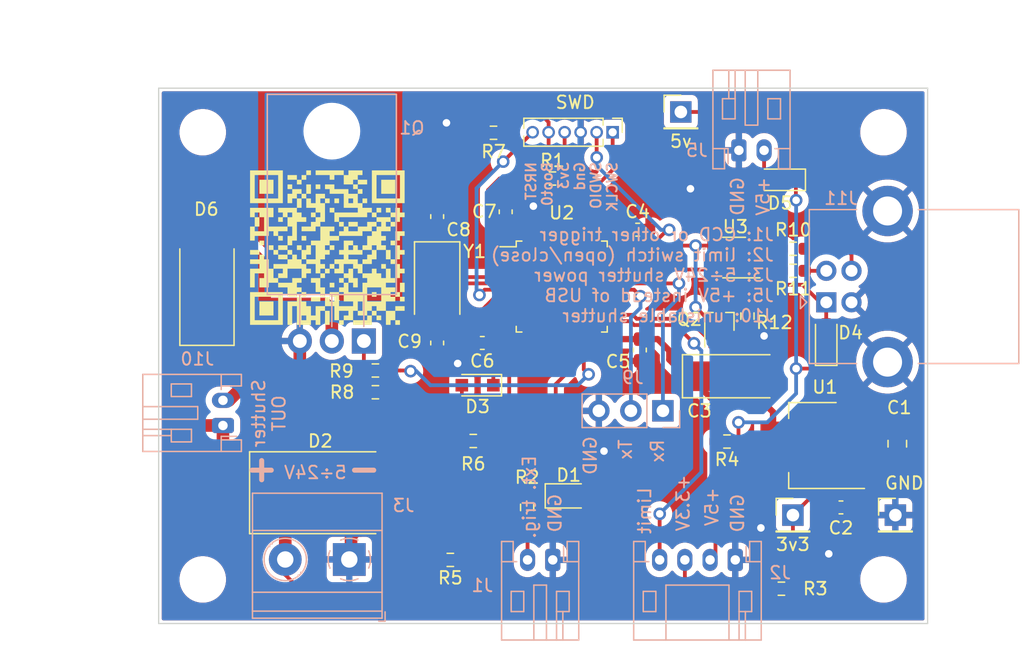
<source format=kicad_pcb>
(kicad_pcb (version 20240108) (generator "pcbnew") (generator_version "8.0")
  (layers (0 "F.Cu" signal) (31 "B.Cu" signal) (34 "B.Paste" user) (35 "F.Paste" user) (36 "B.SilkS" user "B.Silkscreen") (37 "F.SilkS" user "F.Silkscreen") (38 "B.Mask" user) (39 "F.Mask" user) (44 "Edge.Cuts" user))
  (net 0 "")
  (net 1 "GND")
  (net 2 "/VBUS")
  (net 3 "+3V3")
  (net 4 "/OSC_IN")
  (net 5 "/OSC_OUT")
  (net 6 "/SHTR_V")
  (net 7 "/5V")
  (net 8 "/CCD")
  (net 9 "/SHTRpow")
  (net 10 "/SWCLK")
  (net 11 "/SWDIO")
  (net 12 "Net-(D5-A)")
  (net 13 "/BOOT0")
  (net 14 "/NRST")
  (net 15 "Net-(J1-Pin_2)")
  (net 16 "/USB_PU")
  (net 17 "Net-(J2-Pin_2)")
  (net 18 "Net-(J2-Pin_3)")
  (net 19 "/LimSW")
  (net 20 "/USBDP")
  (net 29 "Net-(J4-Pin_4)")
  (net 30 "/Tx")
  (net 31 "/Rx")
  (net 35 "Net-(J11-D-)")
  (net 36 "/USBDM")
  (net 46 "Net-(J11-D+)")
  (net 47 "Net-(Q1-G)")
  (net 48 "Net-(Q2-C)")
  (net 49 "/PWM")
  (net 50 "Net-(R10-Pad2)")
  (net 51 "Net-(R11-Pad2)")
  (net 56 "/DR")
  (footprint "Capacitor_SMD:C_0603_1608Metric_Pad1.08x0.95mm_HandSolder" (layer "F.Cu") (at 134.5946 90.7299 -90)
    (property "Reference" "C9")
    (property "Value" "6")
  )
  (footprint "Capacitor_SMD:C_0603_1608Metric_Pad1.08x0.95mm_HandSolder" (layer "F.Cu") (at 140.0302 80.3137 90)
    (property "Reference" "C7")
    (property "Value" "0.1")
  )
  (footprint "Diode_SMD:D_SOD-323_HandSoldering" (layer "F.Cu") (at 137.8 94.08 180)
    (property "Reference" "D3")
    (property "Value" "SS14")
  )
  (footprint "Resistor_SMD:R_0603_1608Metric_Pad0.98x0.95mm_HandSolder" (layer "F.Cu") (at 135.6379 107.95)
    (property "Reference" "R5")
    (property "Value" "56k")
  )
  (footprint "Resistor_SMD:R_0603_1608Metric_Pad0.98x0.95mm_HandSolder" (layer "F.Cu") (at 129.6943 92.9132)
    (property "Reference" "R9")
    (property "Value" "100")
  )
  (footprint "Resistor_SMD:R_0603_1608Metric_Pad0.98x0.95mm_HandSolder" (layer "F.Cu") (at 161.9015 110.236 180)
    (property "Reference" "R3")
    (property "Value" "33")
  )
  (footprint "Resistor_SMD:R_0603_1608Metric_Pad0.98x0.95mm_HandSolder" (layer "F.Cu") (at 159.2072 88.5952 90)
    (property "Reference" "R12")
    (property "Value" "1k5")
  )
  (footprint "Connector_PinHeader_2.54mm:PinHeader_1x01_P2.54mm_Vertical" (layer "F.Cu") (at 162.814 104.394)
    (property "Reference" "J8" (hide yes))
    (property "Value" "3v3")
  )
  (footprint "Connector_PinHeader_2.54mm:PinHeader_1x01_P2.54mm_Vertical" (layer "F.Cu") (at 153.924 72.39)
    (property "Reference" "J6" (hide yes))
    (property "Value" "5v")
  )
  (footprint "Crystal:Crystal_SMD_5032-2Pin_5.0x3.2mm" (layer "F.Cu") (at 134.5946 85.7504 -90)
    (property "Reference" "Y1")
    (property "Value" "NX5032GA-8MHz")
  )
  (footprint "Capacitor_Tantalum_SMD:CP_EIA-6032-28_Kemet-C_Pad2.25x2.35mm_HandSolder" (layer "F.Cu") (at 157.988 93.3704)
    (property "Reference" "C3")
    (property "Value" "47u")
  )
  (footprint "Package_QFP:LQFP-48_7x7mm_P0.5mm" (layer "F.Cu") (at 144.475 86.25)
    (property "Reference" "U2")
    (property "Value" "STM32F103C6Tx")
  )
  (footprint "Resistor_SMD:R_0603_1608Metric_Pad0.98x0.95mm_HandSolder" (layer "F.Cu") (at 157.5835 98.552 180)
    (property "Reference" "R4")
    (property "Value" "33")
  )
  (footprint "MountingHole:MountingHole_3.2mm_M3_ISO7380" (layer "F.Cu") (at 116 74)
    (property "Reference" "H3" (hide yes))
    (property "Value" "MountingHole")
  )
  (footprint "Capacitor_SMD:C_0603_1608Metric_Pad1.08x0.95mm_HandSolder" (layer "F.Cu") (at 150.6728 91.2865 -90)
    (property "Reference" "C5")
    (property "Value" "0.1")
  )
  (footprint "Capacitor_SMD:C_0603_1608Metric_Pad1.08x0.95mm_HandSolder" (layer "F.Cu") (at 166.6251 103.7844)
    (property "Reference" "C2")
    (property "Value" "0.1")
  )
  (footprint "Package_TO_SOT_SMD:SOT-23-6_Handsoldering" (layer "F.Cu") (at 158.15 83.95 180)
    (property "Reference" "U3")
    (property "Value" "USBLC6-2SC6")
  )
  (footprint "kicad_unistable:qr" (layer "F.Cu") (at 125.8824 83.1596)
    (property "Reference" "G***" (hide yes))
    (property "Value" "LOGO" (hide yes))
  )
  (footprint "Diode_SMD:D_SMA-SMB_Universal_Handsoldering" (layer "F.Cu") (at 116.332 85.958 90)
    (property "Reference" "D6")
    (property "Value" "SS14")
  )
  (footprint "Resistor_SMD:R_0603_1608Metric_Pad0.98x0.95mm_HandSolder" (layer "F.Cu") (at 141.732 103.7825 -90)
    (property "Reference" "R2")
    (property "Value" "100")
  )
  (footprint "Capacitor_SMD:C_0603_1608Metric_Pad1.08x0.95mm_HandSolder" (layer "F.Cu") (at 134.5946 80.6947 90)
    (property "Reference" "C8")
    (property "Value" "6")
  )
  (footprint "Diode_SMD:D_SMB-SMC_Universal_Handsoldering" (layer "F.Cu") (at 125.324 102.616)
    (property "Reference" "D2")
    (property "Value" "SMBJ30A")
  )
  (footprint "Resistor_SMD:R_0603_1608Metric_Pad0.98x0.95mm_HandSolder" (layer "F.Cu") (at 162.8375 83.25 180)
    (property "Reference" "R10")
    (property "Value" "22")
  )
  (footprint "Connector_PinHeader_1.27mm:PinHeader_1x06_P1.27mm_Vertical" (layer "F.Cu") (at 148.515 74 -90)
    (property "Reference" "J4" (hide yes))
    (property "Value" "SWD")
  )
  (footprint "Package_TO_SOT_SMD:SOT-223-3_TabPin2" (layer "F.Cu") (at 164.3884 98.8708 180)
    (property "Reference" "U1")
    (property "Value" "LM1117-3.3")
  )
  (footprint "Connector_PinHeader_2.54mm:PinHeader_1x01_P2.54mm_Vertical" (layer "F.Cu") (at 170.942 104.394)
    (property "Reference" "J7" (hide yes))
    (property "Value" "GND")
  )
  (footprint "Capacitor_SMD:C_0805_2012Metric_Pad1.18x1.45mm_HandSolder" (layer "F.Cu") (at 171.0944 98.7259 -90)
    (property "Reference" "C1")
    (property "Value" "1u")
  )
  (footprint "MountingHole:MountingHole_3.2mm_M3_ISO7380" (layer "F.Cu") (at 170 109.5)
    (property "Reference" "H2" (hide yes))
    (property "Value" "MountingHole")
  )
  (footprint "Resistor_SMD:R_0603_1608Metric_Pad0.98x0.95mm_HandSolder" (layer "F.Cu") (at 143.7386 77.6732)
    (property "Reference" "R1")
    (property "Value" "6.9")
  )
  (footprint "Resistor_SMD:R_0603_1608Metric_Pad0.98x0.95mm_HandSolder" (layer "F.Cu") (at 162.8375 85 180)
    (property "Reference" "R11")
    (property "Value" "22")
  )
  (footprint "Capacitor_SMD:C_0603_1608Metric_Pad1.08x0.95mm_HandSolder" (layer "F.Cu") (at 150.4961 81.7372)
    (property "Reference" "C4")
    (property "Value" "0.1")
  )
  (footprint "Capacitor_SMD:C_0603_1608Metric_Pad1.08x0.95mm_HandSolder" (layer "F.Cu") (at 138.1749 90.7288 180)
    (property "Reference" "C6")
    (property "Value" "0.1")
  )
  (footprint "MountingHole:MountingHole_3.2mm_M3_ISO7380" (layer "F.Cu") (at 116 109.5)
    (property "Reference" "H4" (hide yes))
    (property "Value" "MountingHole")
  )
  (footprint "Diode_SMD:D_0805_2012Metric_Pad1.15x1.40mm_HandSolder" (layer "F.Cu") (at 145.025 102.87)
    (property "Reference" "D1")
    (property "Value" "CESD3V3")
  )
  (footprint "MountingHole:MountingHole_3.2mm_M3_ISO7380" (layer "F.Cu") (at 170 74)
    (property "Reference" "H1" (hide yes))
    (property "Value" "MountingHole")
  )
  (footprint "Resistor_SMD:R_0603_1608Metric_Pad0.98x0.95mm_HandSolder" (layer "F.Cu") (at 139.0631 74.041 180)
    (property "Reference" "R7")
    (property "Value" "10k")
  )
  (footprint "Resistor_SMD:R_0603_1608Metric_Pad0.98x0.95mm_HandSolder" (layer "F.Cu") (at 129.6943 94.6404 180)
    (property "Reference" "R8")
    (property "Value" "4k7")
  )
  (footprint "Diode_SMD:D_SOD-323_HandSoldering" (layer "F.Cu") (at 165.4556 90.5056 90)
    (property "Reference" "D4")
    (property "Value" "SS14")
  )
  (footprint "Diode_SMD:D_SOD-323_HandSoldering" (layer "F.Cu") (at 161.798 77.7748 180)
    (property "Reference" "D5")
    (property "Value" "SS14")
  )
  (footprint "Package_TO_SOT_SMD:SOT-323_SC-70_Handsoldering" (layer "F.Cu") (at 156.9824 89.0432 90)
    (property "Reference" "Q2")
    (property "Value" "DTA114Y")
  )
  (footprint "Resistor_SMD:R_0603_1608Metric_Pad0.98x0.95mm_HandSolder" (layer "F.Cu") (at 137.4575 98.51)
    (property "Reference" "R6")
    (property "Value" "4k7")
  )
  (footprint "Package_TO_SOT_THT:TO-220-3_Horizontal_TabDown" (layer "B.Cu") (at 128.778 90.574 180)
    (property "Reference" "Q1")
    (property "Value" "IRL3303")
  )
  (footprint "Connector_JST:JST_PH_S4B-PH-K_1x04_P2.00mm_Horizontal" (layer "B.Cu") (at 158.242 107.95 180)
    (property "Reference" "J2")
    (property "Value" "hall")
  )
  (footprint "Connector_JST:JST_PH_S2B-PH-K_1x02_P2.00mm_Horizontal" (layer "B.Cu") (at 158.528 75.438)
    (property "Reference" "J5")
    (property "Value" "5Vext")
  )
  (footprint "Connector_USB:USB_B_Lumberg_2411_02_Horizontal" (layer "B.Cu") (at 165.4625 87.5)
    (property "Reference" "J11")
    (property "Value" "USB_B")
  )
  (footprint "Connector_PinHeader_2.54mm:PinHeader_1x03_P2.54mm_Vertical" (layer "B.Cu") (at 152.5016 96.1136 90)
    (property "Reference" "J9")
    (property "Value" "USART1")
  )
  (footprint "Connector_JST:JST_PH_S2B-PH-K_1x02_P2.00mm_Horizontal" (layer "B.Cu") (at 117.602 97.282 90)
    (property "Reference" "J10")
    (property "Value" "shutter")
  )
  (footprint "TerminalBlock_Phoenix:TerminalBlock_Phoenix_MKDS-1,5-2-5.08_1x02_P5.08mm_Horizontal" (layer "B.Cu") (at 127.623 107.916 180)
    (property "Reference" "J3")
    (property "Value" "ShtrPower" (hide yes))
  )
  (footprint "Connector_JST:JST_PH_S2B-PH-K_1x02_P2.00mm_Horizontal" (layer "B.Cu") (at 143.764 107.95 180)
    (property "Reference" "J1")
    (property "Value" "ccd")
  )
  (gr_line (start 112.5 113) (end 173.5 113) (stroke (width 0.1)) (layer "Edge.Cuts"))
  (gr_line (start 173.5 70.5) (end 112.5 70.5) (stroke (width 0.1)) (layer "Edge.Cuts"))
  (gr_line (start 173.5 113) (end 173.5 70.5) (stroke (width 0.1)) (layer "Edge.Cuts"))
  (gr_line (start 112.5 70.5) (end 112.5 113) (stroke (width 0.1)) (layer "Edge.Cuts"))
  (gr_text "Tx" (at 150.114 98.298 90) (layer "B.SilkS") (effects (font (size 1 1)) (justify left bottom mirror)))
  (gr_text "GND" (at 159.004 77.47 90) (layer "B.SilkS") (effects (font (size 1 1)) (justify left bottom mirror)))
  (gr_text "Limit" (at 151.638 102.108 90) (layer "B.SilkS") (effects (font (size 1 1)) (justify left bottom mirror)))
  (gr_text "+3.3V" (at 154.686 101.092 90) (layer "B.SilkS") (effects (font (size 1 1)) (justify left bottom mirror)))
  (gr_text "-" (at 130.302 101.854 0) (layer "B.SilkS") (effects (font (size 2 2) (thickness 0.4) (bold yes)) (justify left bottom mirror)))
  (gr_text "NRST\nBoot0\n3v3\nGnd\nSWDIO\nSWCLK" (at 148.9456 76.2762 90) (layer "B.SilkS") (effects (font (size 0.8 0.8)) (justify left bottom mirror)))
  (gr_text "J1: CCD or other trigger\nJ2: limit switch (open/close)\nJ3: 5÷24V shutter power\nJ5: +5V instead of USB\nJ10: unistable shutter" (at 161.3916 89.154 0) (layer "B.SilkS") (effects (font (size 1 1)) (justify left bottom mirror)))
  (gr_text "Shutter\nOUT" (at 122.6312 96.3168 90) (layer "B.SilkS") (effects (font (size 1 1)) (justify bottom mirror)))
  (gr_text "5÷24V" (at 127.508 101.6 0) (layer "B.SilkS") (effects (font (size 1 1)) (justify left bottom mirror)))
  (gr_text "GND" (at 144.526 102.616 90) (layer "B.SilkS") (effects (font (size 1 1)) (justify left bottom mirror)))
  (gr_text "+5V" (at 156.972 102.108 90) (layer "B.SilkS") (effects (font (size 1 1)) (justify left bottom mirror)))
  (gr_text "+5V" (at 161.036 77.47 90) (layer "B.SilkS") (effects (font (size 1 1)) (justify left bottom mirror)))
  (gr_text "Rx" (at 152.654 98.298 90) (layer "B.SilkS") (effects (font (size 1 1)) (justify left bottom mirror)))
  (gr_text "GND" (at 147.32 98.044 90) (layer "B.SilkS") (effects (font (size 1 1)) (justify left bottom mirror)))
  (gr_text "Ext. trig." (at 142.494 99.568 90) (layer "B.SilkS") (effects (font (size 1 1)) (justify left bottom mirror)))
  (gr_text "+" (at 122.174 101.854 0) (layer "B.SilkS") (effects (font (size 2 2) (thickness 0.4) (bold yes)) (justify left bottom mirror)))
  (gr_text "GND" (at 159.004 102.616 90) (layer "B.SilkS") (effects (font (size 1 1)) (justify left bottom mirror)))
  (segment (start 135.89 90.7288) (end 135.89 91.5924) (width 0.3) (layer "F.Cu") (net 1))
  (segment (start 134.5946 96.0374) (end 134.112 96.52) (width 0.3) (layer "F.Cu") (net 1))
  (segment (start 151.3586 81.7372) (end 151.3586 80.6196) (width 0.3) (layer "F.Cu") (net 1))
  (segment (start 151.3586 80.6196) (end 151.7282 80.25) (width 0.3) (layer "F.Cu") (net 1))
  (segment (start 145.975 72.7722) (end 145.3896 72.1868) (width 0.3) (layer "F.Cu") (net 1))
  (segment (start 137.3124 88.954453) (end 138.4554 87.811453) (width 0.3) (layer "F.Cu") (net 1))
  (segment (start 146.05 109.22) (end 146.05 107.188) (width 0.3) (layer "F.Cu") (net 1))
  (segment (start 135.3312 73.6092) (end 135.763 74.041) (width 0.3) (layer "F.Cu") (net 1))
  (segment (start 138.37 108.144) (end 140.208 109.982) (width 0.3) (layer "F.Cu") (net 1))
  (segment (start 128.1684 105.6132) (end 127.762 106.0196) (width 1) (layer "F.Cu") (net 1))
  (segment (start 137.3124 90.7288) (end 135.89 90.7288) (width 0.3) (layer "F.Cu") (net 1))
  (segment (start 158.8008 105.41) (end 158.242 105.9688) (width 0.3) (layer "F.Cu") (net 1))
  (segment (start 146.725 90.4125) (end 146.725 91.7086) (width 0.3) (layer "F.Cu") (net 1))
  (segment (start 145.3896 72.1868) (end 138.6586 72.1868) (width 0.3) (layer "F.Cu") (net 1))
  (segment (start 147.4216 96.1136) (end 147.4216 94.488) (width 0.3) (layer "F.Cu") (net 1))
  (segment (start 158.1658 83.5152) (end 158.1658 81.3328) (width 0.3) (layer "F.Cu") (net 1))
  (segment (start 139.266853 87) (end 138.4554 87.811453) (width 0.3) (layer "F.Cu") (net 1))
  (segment (start 159.2466 80.25) (end 158.496 80.25) (width 0.3) (layer "F.Cu") (net 1))
  (segment (start 134.5946 77.597) (end 138.1506 74.041) (width 0.3) (layer "F.Cu") (net 1))
  (segment (start 145.3896 72.1868) (end 150.0124 72.1868) (width 0.3) (layer "F.Cu") (net 1))
  (segment (start 128.7818 96.2622) (end 128.524 96.52) (width 0.3) (layer "F.Cu") (net 1))
  (segment (start 126.9492 97.79) (end 123.698 97.79) (width 1) (layer "F.Cu") (net 1))
  (segment (start 160.538 90.18) (end 160.538 93.3704) (width 0.3) (layer "F.Cu") (net 1))
  (segment (start 165.6588 107.4674) (end 167.4876 105.6386) (width 0.3) (layer "F.Cu") (net 1))
  (segment (start 167.4876 103.7844) (end 167.4876 101.2216) (width 0.3) (layer "F.Cu") (net 1))
  (segment (start 127.762 107.777) (end 127.623 107.916) (width 1) (layer "F.Cu") (net 1))
  (segment (start 149.553 84) (end 151.3586 82.1944) (width 0.3) (layer "F.Cu") (net 1))
  (segment (start 147.4216 94.488) (end 149.0472 94.488) (width 0.3) (layer "F.Cu") (net 1))
  (segment (start 134.5946 91.5924) (end 134.5946 96.0374) (width 0.3) (layer "F.Cu") (net 1))
  (segment (start 135.3312 73.2536) (end 135.3312 73.6092) (width 0.3) (layer "F.Cu") (net 1))
  (segment (start 167.4876 101.2216) (end 167.5384 101.1708) (width 0.3) (layer "F.Cu") (net 1))
  (segment (start 123.698 97.79) (end 123.698 96.52) (width 1) (layer "F.Cu") (net 1))
  (segment (start 171.0944 99.7634) (end 172.5246 99.7634) (width 0.3) (layer "F.Cu") (net 1))
  (segment (start 128.524 102.616) (end 128.524 105.6132) (width 1) (layer "F.Cu") (net 1))
  (segment (start 138.1506 72.6948) (end 138.1506 74.041) (width 0.3) (layer "F.Cu") (net 1))
  (segment (start 155.3972 75.438) (end 154.686 76.1492) (width 0.3) (layer "F.Cu") (net 1))
  (segment (start 146.05 107.188) (end 145.288 107.95) (width 0.3) (layer "F.Cu") (net 1))
  (segment (start 150.6728 92.8624) (end 150.6728 92.149) (width 0.3) (layer "F.Cu") (net 1))
  (segment (start 158.496 80.25) (end 156.49 80.25) (width 0.3) (layer "F.Cu") (net 1))
  (segment (start 169.0624 103.7844) (end 169.672 104.394) (width 0.3) (layer "F.Cu") (net 1))
  (segment (start 140.208 109.982) (end 145.288 109.982) (width 0.3) (layer "F.Cu") (net 1))
  (segment (start 128.524 99.3648) (end 126.9492 97.79) (width 1) (layer "F.Cu") (net 1))
  (segment (start 152.1968 74.3712) (end 150.0124 72.1868) (width 0.3) (layer "F.Cu") (net 1))
  (segment (start 145.288 107.95) (end 143.764 107.95) (width 0.3) (layer "F.Cu") (net 1))
  (segment (start 156.49 80.25) (end 152.1968 80.25) (width 0.3) (layer "F.Cu") (net 1))
  (segment (start 128.524 105.6132) (end 128.1684 105.6132) (width 1) (layer "F.Cu") (net 1))
  (segment (start 172.5246 94.4521) (end 170.3225 92.25) (width 0.3) (layer "F.Cu") (net 1))
  (segment (start 136.2202 92.3544) (end 136.2202 91.6178) (width 0.3) (layer "F.Cu") (net 1))
  (segment (start 158.37 81.1286) (end 158.369 81.1276) (width 0.3) (layer "F.Cu") (net 1))
  (segment (start 154.686 76.1492) (end 154.686 78.486) (width 0.3) (layer "F.Cu") (net 1))
  (segment (start 145.288 109.982) (end 146.05 109.22) (width 0.3) (layer "F.Cu") (net 1))
  (segment (start 158.369 81.1276) (end 159.2466 80.25) (width 0.3) (layer "F.Cu") (net 1))
  (segment (start 147.1654 92.149) (end 150.6728 92.149) (width 0.3) (layer "F.Cu") (net 1))
  (segment (start 158.528 75.438) (end 155.3972 75.438) (width 0.3) (layer "F.Cu") (net 1))
  (segment (start 137.3124 90.7288) (end 137.3124 88.954453) (width 0.3) (layer "F.Cu") (net 1))
  (segment (start 138.6586 72.1868) (end 138.1506 72.6948) (width 0.3) (layer "F.Cu") (net 1))
  (segment (start 172.5246 99.7634) (end 172.5246 94.4521) (width 0.3) (layer "F.Cu") (net 1))
  (segment (start 140.0302 79.4512) (end 141.8082 79.4512) (width 0.3) (layer "F.Cu") (net 1))
  (segment (start 147.828 99.314) (end 146.05 99.314) (width 0.3) (layer "F.Cu") (net 1))
  (segment (start 167.4876 103.7844) (end 169.0624 103.7844) (width 0.3) (layer "F.Cu") (net 1))
  (segment (start 147.4216 96.1136) (end 147.4216 98.9076) (width 0.3) (layer "F.Cu") (net 1))
  (segment (start 146.725 91.7086) (end 147.1654 92.149) (width 0.3) (layer "F.Cu") (net 1))
  (segment (start 171.0944 99.7634) (end 171.0944 100.9904) (width 0.3) (layer "F.Cu") (net 1))
  (segment (start 151.3586 82.1944) (end 151.3586 81.7372) (width 0.3) (layer "F.Cu") (net 1))
  (segment (start 127.762 106.0196) (end 127.762 107.777) (width 1) (layer "F.Cu") (net 1))
  (segment (start 135.89 91.5924) (end 136.1948 91.5924) (width 0.3) (layer "F.Cu") (net 1))
  (segment (start 158.528 75.438) (end 158.528 80.218) (width 0.3) (layer "F.Cu") (net 1))
  (segment (start 159.5 83.95) (end 158.6006 83.95) (width 0.3) (layer "F.Cu") (net 1))
  (segment (start 160.528 90.17) (end 160.538 90.18) (width 0.3) (layer "F.Cu") (net 1))
  (segment (start 138.37 98.51) (end 138.37 108.144) (width 0.3) (layer "F.Cu") (net 1))
  (segment (start 158.1658 81.3328) (end 158.37 81.1286) (width 0.3) (layer "F.Cu") (net 1))
  (segment (start 123.698 96.52) (end 123.698 90.574) (width 1) (layer "F.Cu") (net 1))
  (segment (start 171.0944 100.9904) (end 170.914 101.1708) (width 0.3) (layer "F.Cu") (net 1))
  (segment (start 170.914 101.1708) (end 167.5384 101.1708) (width 0.3) (layer "F.Cu") (net 1))
  (segment (start 147.4216 98.9076) (end 147.828 99.314) (width 0.3) (layer "F.Cu") (net 1))
  (segment (start 141.8082 79.4512) (end 142.225 79.868) (width 0.3) (layer "F.Cu") (net 1))
  (segment (start 160.274 105.41) (end 158.8008 105.41) (width 0.3) (layer "F.Cu") (net 1))
  (segment (start 148.6375 84) (end 149.553 84) (width 0.3) (layer "F.Cu") (net 1))
  (segment (start 146.05 102.87) (end 146.05 99.314) (width 0.3) (layer "F.Cu") (net 1))
  (segment (start 158.6006 83.95) (end 158.1658 83.5152) (width 0.3) (layer "F.Cu") (net 1))
  (segment (start 135.763 74.041) (end 138.1506 74.041) (width 0.3) (layer "F.Cu") (net 1))
  (segment (start 152.1968 80.25) (end 151.7282 80.25) (width 0.3) (layer "F.Cu") (net 1))
  (segment (start 145.975 74) (end 145.975 72.7722) (width 0.3) (layer "F.Cu") (net 1))
  (segment (start 167.4876 105.6386) (end 167.4876 103.7844) (width 0.3) (layer "F.Cu") (net 1))
  (segment (start 128.524 102.616) (end 128.524 99.3648) (width 1) (layer "F.Cu") (net 1))
  (segment (start 149.0472 94.488) (end 150.6728 92.8624) (width 0.3) (layer "F.Cu") (net 1))
  (segment (start 158.242 105.9688) (end 158.242 107.95) (width 0.3) (layer "F.Cu") (net 1))
  (segment (start 128.7818 94.6404) (end 128.7818 96.2622) (width 0.3) (layer "F.Cu") (net 1))
  (segment (start 128.524 96.52) (end 123.698 96.52) (width 0.3) (layer "F.Cu") (net 1))
  (segment (start 134.5946 79.8322) (end 134.5946 77.597) (width 0.3) (layer "F.Cu") (net 1))
  (segment (start 136.2202 91.6178) (end 136.1948 91.5924) (width 0.3) (layer "F.Cu") (net 1))
  (segment (start 158.528 80.218) (end 158.496 80.25) (width 0.3) (layer "F.Cu") (net 1))
  (segment (start 146.05 102.87) (end 146.05 107.188) (width 0.3) (layer "F.Cu") (net 1))
  (segment (start 140.3125 87) (end 139.266853 87) (width 0.3) (layer "F.Cu") (net 1))
  (segment (start 152.1968 80.25) (end 152.1968 74.3712) (width 0.3) (layer "F.Cu") (net 1))
  (segment (start 134.5946 91.5924) (end 135.89 91.5924) (width 0.3) (layer "F.Cu") (net 1))
  (segment (start 142.225 82.0875) (end 142.225 79.868) (width 0.3) (layer "F.Cu") (net 1))
  (segment (start 134.112 96.52) (end 128.524 96.52) (width 0.3) (layer "F.Cu") (net 1))
  (segment (start 169.672 104.394) (end 170.942 104.394) (width 0.3) (layer "F.Cu") (net 1))
  (via (at 136.2202 92.3544) (size 1.2) (drill 0.6) (layers "F.Cu" "B.Cu") (net 1))
  (via (at 135.3312 73.2536) (size 1) (drill 0.6) (layers "F.Cu" "B.Cu") (net 1))
  (via (at 142.225 79.868) (size 1.2) (drill 0.6) (layers "F.Cu" "B.Cu") (net 1))
  (via (at 147.828 99.314) (size 1) (drill 0.6) (layers "F.Cu" "B.Cu") (net 1))
  (via (at 154.686 78.486) (size 1) (drill 0.6) (layers "F.Cu" "B.Cu") (net 1))
  (via (at 165.6588 107.4674) (size 1) (drill 0.6) (layers "F.Cu" "B.Cu") (net 1))
  (via (at 160.274 105.41) (size 1) (drill 0.6) (layers "F.Cu" "B.Cu") (net 1))
  (via (at 160.528 90.17) (size 1) (drill 0.6) (layers "F.Cu" "B.Cu") (net 1))
  (segment (start 136.2202 92.3544) (end 138.8872 92.3544) (width 0.3) (layer "B.Cu") (net 1))
  (segment (start 162.56 106.8578) (end 165.0492 106.8578) (width 0.3) (layer "B.Cu") (net 1))
  (segment (start 160.02 78.486) (end 154.686 78.486) (width 0.3) (layer "B.Cu") (net 1))
  (segment (start 140.50495 80.89405) (end 141.2811 80.1179) (width 0.3) (layer "B.Cu") (net 1))
  (segment (start 138.8872 92.3544) (end 140.50495 90.73665) (width 0.3) (layer "B.Cu") (net 1))
  (segment (start 161.7218 106.8578) (end 162.56 106.8578) (width 0.3) (layer "B.Cu") (net 1))
  (segment (start 141.2811 80.1179) (end 141.5027 79.868) (width 0.3) (layer "B.Cu") (net 1))
  (segment (start 165.0492 106.8578) (end 165.6588 107.4674) (width 0.3) (layer "B.Cu") (net 1))
  (segment (start 141.5027 79.868) (end 142.225 79.868) (width 0.3) (layer "B.Cu") (net 1))
  (segment (start 160.274 105.41) (end 161.7218 106.8578) (width 0.3) (layer "B.Cu") (net 1))
  (segment (start 160.528 78.994) (end 160.02 78.486) (width 0.3) (layer "B.Cu") (net 1))
  (segment (start 136.906 99.314) (end 130.81 93.218) (width 0.3) (layer "B.Cu") (net 1))
  (segment (start 160.528 90.17) (end 160.528 78.994) (width 0.3) (layer "B.Cu") (net 1))
  (segment (start 130.81 91.694) (end 131.0504 91.4536) (width 0.3) (layer "B.Cu") (net 1))
  (segment (start 140.50495 90.73665) (end 140.50495 80.89405) (width 0.3) (layer "B.Cu") (net 1))
  (segment (start 135.3194 91.4536) (end 135.3194 73.2654) (width 0.3) (layer "B.Cu") (net 1))
  (segment (start 147.828 99.314) (end 136.906 99.314) (width 0.3) (layer "B.Cu") (net 1))
  (segment (start 131.0504 91.4536) (end 135.3194 91.4536) (width 0.3) (layer "B.Cu") (net 1))
  (segment (start 130.81 93.218) (end 130.81 91.694) (width 0.3) (layer "B.Cu") (net 1))
  (segment (start 135.3194 73.2654) (end 135.3312 73.2536) (width 0.3) (layer "B.Cu") (net 1))
  (segment (start 135.3194 91.4536) (end 136.2202 92.3544) (width 0.3) (layer "B.Cu") (net 1))
  (segment (start 165.4556 89.2556) (end 165.4556 87.5069) (width 0.3) (layer "F.Cu") (net 2))
  (segment (start 158.393 85.598) (end 161.036 85.598) (width 0.3) (layer "F.Cu") (net 2))
  (segment (start 157.7624 83.95) (end 158.1404 84.328) (width 0.3) (layer "F.Cu") (net 2))
  (segment (start 158.1404 85.3454) (end 158.393 85.598) (width 0.3) (layer "F.Cu") (net 2))
  (segment (start 165.4556 87.5069) (end 165.4625 87.5) (width 0.3) (layer "F.Cu") (net 2))
  (segment (start 156.8 83.95) (end 157.7624 83.95) (width 0.3) (layer "F.Cu") (net 2))
  (segment (start 161.036 85.598) (end 161.544 86.106) (width 0.3) (layer "F.Cu") (net 2))
  (segment (start 161.544 86.106) (end 163.576 86.106) (width 0.3) (layer "F.Cu") (net 2))
  (segment (start 164.97 87.5) (end 165.4625 87.5) (width 0.3) (layer "F.Cu") (net 2))
  (segment (start 158.1404 84.328) (end 158.1404 85.3454) (width 0.3) (layer "F.Cu") (net 2))
  (segment (start 163.576 86.106) (end 164.97 87.5) (width 0.3) (layer "F.Cu") (net 2))
  (segment (start 164.338 102.87) (end 165.1508 102.87) (width 0.3) (layer "F.Cu") (net 3))
  (segment (start 157.6324 92.1004) (end 157.6324 90.3732) (width 0.5) (layer "F.Cu") (net 3))
  (segment (start 155.438 93.3704) (end 156.3624 93.3704) (width 0.5) (layer "F.Cu") (net 3))
  (segment (start 139.0374 90.7288) (end 139.0374 88.318) (width 0.3) (layer "F.Cu") (net 3))
  (segment (start 141.725 82.0875) (end 141.725 83.432) (width 0.3) (layer "F.Cu") (net 3))
  (segment (start 165.7096 103.7844) (end 165.1508 103.2256) (width 0.3) (layer "F.Cu") (net 3))
  (segment (start 147.5638 83.5) (end 148.6375 83.5) (width 0.3) (layer "F.Cu") (net 3))
  (segment (start 141.725 82.0875) (end 140.9415 82.0875) (width 0.3) (layer "F.Cu") (net 3))
  (segment (start 155.3464 92.9132) (end 155.438 92.9132) (width 0.5) (layer "F.Cu") (net 3))
  (segment (start 155.438 93.3704) (end 154.3304 93.3704) (width 0.5) (layer "F.Cu") (net 3))
  (segment (start 165.1508 102.87) (end 165.1508 98.8708) (width 0.3) (layer "F.Cu") (net 3))
  (segment (start 138.6332 80.9244) (end 138.885 81.1762) (width 0.3) (layer "F.Cu") (net 3))
  (segment (start 156.3624 93.3704) (end 157.6324 92.1004) (width 0.5) (layer "F.Cu") (net 3))
  (segment (start 165.1508 103.2256) (end 165.1508 102.87) (width 0.3) (layer "F.Cu") (net 3))
  (segment (start 141.7828 83.4898) (end 143.0274 84.7344) (width 0.3) (layer "F.Cu") (net 3))
  (segment (start 149.6336 82.5039) (end 148.6375 83.5) (width 0.3) (layer "F.Cu") (net 3))
  (segment (start 142.8261 77.6732) (end 139.5476 77.6732) (width 0.3) (layer "F.Cu") (net 3))
  (segment (start 139.0396 87.934359) (end 139.0396 88.3158) (width 0.3) (layer "F.Cu") (net 3))
  (segment (start 140.3125 87.5) (end 147.225 87.5) (width 0.3) (layer "F.Cu") (net 3))
  (segment (start 147.225 90.4125) (end 147.225 87.5) (width 0.3) (layer "F.Cu") (net 3))
  (segment (start 140.3125 87.5) (end 139.473959 87.5) (width 0.3) (layer "F.Cu") (net 3))
  (segment (start 138.6332 78.5876) (end 138.6332 80.9244) (width 0.3) (layer "F.Cu") (net 3))
  (segment (start 139.473959 87.5) (end 139.0396 87.934359) (width 0.3) (layer "F.Cu") (net 3))
  (segment (start 138.885 81.1762) (end 140.0302 81.1762) (width 0.3) (layer "F.Cu") (net 3))
  (segment (start 147.225 83.8388) (end 147.5638 83.5) (width 0.3) (layer "F.Cu") (net 3))
  (segment (start 147.3365 90.424) (end 147.325 90.4125) (width 0.5) (layer "F.Cu") (net 3))
  (segment (start 152.0952 90.424) (end 150.6728 90.424) (width 0.5) (layer "F.Cu") (net 3))
  (segment (start 139.0374 88.318) (end 139.0396 88.3158) (width 0.3) (layer "F.Cu") (net 3))
  (segment (start 140.3125 83.5) (end 141.7726 83.5) (width 0.3) (layer "F.Cu") (net 3))
  (segment (start 160.528 95.504) (end 156.718 95.504) (width 0.5) (layer "F.Cu") (net 3))
  (segment (start 165.7626 103.7844) (end 165.7096 103.7844) (width 0.3) (layer "F.Cu") (net 3))
  (segment (start 150.6728 90.424) (end 147.3365 90.424) (width 0.5) (layer "F.Cu") (net 3))
  (segment (start 149.6336 81.7372) (end 149.6336 82.5039) (width 0.3) (layer "F.Cu") (net 3))
  (segment (start 161.2384 96.2144) (end 160.528 95.504) (width 0.5) (layer "F.Cu") (net 3))
  (segment (start 139.0374 90.7288) (end 139.05 90.7414) (width 0.3) (layer "F.Cu") (net 3))
  (segment (start 141.725 83.432) (end 141.7828 83.4898) (width 0.3) (layer "F.Cu") (net 3))
  (segment (start 154.3304 93.3704) (end 153.0096 92.0496) (width 0.5) (layer "F.Cu") (net 3))
  (segment (start 139.05 90.7414) (end 139.05 94.08) (width 0.3) (layer "F.Cu") (net 3))
  (segment (start 161.2384 98.8708) (end 161.2384 96.2144) (width 0.5) (layer "F.Cu") (net 3))
  (segment (start 162.814 110.236) (end 162.814 104.394) (width 0.3) (layer "F.Cu") (net 3))
  (segment (start 153.0096 91.3384) (end 152.0952 90.424) (width 0.5) (layer "F.Cu") (net 3))
  (segment (start 139.5476 77.6732) (end 138.6332 78.5876) (width 0.3) (layer "F.Cu") (net 3))
  (segment (start 165.1508 98.8708) (end 161.2384 98.8708) (width 0.3) (layer "F.Cu") (net 3))
  (segment (start 143.0274 84.7344) (end 147.225 84.7344) (width 0.3) (layer "F.Cu") (net 3))
  (segment (start 167.5384 98.8708) (end 165.1508 98.8708) (width 0.3) (layer "F.Cu") (net 3))
  (segment (start 147.225 84.7344) (end 147.225 83.8388) (width 0.3) (layer "F.Cu") (net 3))
  (segment (start 140.9415 82.0875) (end 140.0302 81.1762) (width 0.3) (layer "F.Cu") (net 3))
  (segment (start 155.438 94.224) (end 156.718 95.504) (width 0.5) (layer "F.Cu") (net 3))
  (segment (start 141.7726 83.5) (end 141.7828 83.4898) (width 0.3) (layer "F.Cu") (net 3))
  (segment (start 155.438 93.3704) (end 155.438 94.224) (width 0.5) (layer "F.Cu") (net 3))
  (segment (start 153.0096 92.0496) (end 153.0096 91.3384) (width 0.5) (layer "F.Cu") (net 3))
  (segment (start 162.814 104.394) (end 164.338 102.87) (width 0.3) (layer "F.Cu") (net 3))
  (segment (start 147.225 87.5) (end 147.225 84.7344) (width 0.3) (layer "F.Cu") (net 3))
  (segment (start 140.3125 85.5) (end 136.1942 85.5) (width 0.3) (layer "F.Cu") (net 4))
  (segment (start 134.5946 81.5572) (end 134.5946 83.9004) (width 0.3) (layer "F.Cu") (net 4))
  (segment (start 136.1942 85.5) (end 134.5946 83.9004) (width 0.3) (layer "F.Cu") (net 4))
  (segment (start 136.195 86) (end 134.5946 87.6004) (width 0.3) (layer "F.Cu") (net 5))
  (segment (start 134.5946 87.6004) (end 134.5946 89.8674) (width 0.3) (layer "F.Cu") (net 5))
  (segment (start 140.3125 86) (end 136.195 86) (width 0.3) (layer "F.Cu") (net 5))
  (segment (start 139.644 95.56) (end 136.55 95.56) (width 0.3) (layer "F.Cu") (net 6))
  (segment (start 136.55 98.505) (end 136.55 95.56) (width 0.3) (layer "F.Cu") (net 6))
  (segment (start 136.545 98.51) (end 136.55 98.505) (width 0.3) (layer "F.Cu") (net 6))
  (segment (start 136.5504 107.95) (end 136.5504 98.5154) (width 0.3) (layer "F.Cu") (net 6))
  (segment (start 140.6259 90.4125) (end 140.3096 90.7288) (width 0.3) (layer "F.Cu") (net 6))
  (segment (start 140.3096 94.8944) (end 139.644 95.56) (width 0.3) (layer "F.Cu") (net 6))
  (segment (start 136.55 95.56) (end 136.55 94.08) (width 0.3) (layer "F.Cu") (net 6))
  (segment (start 140.3096 90.7288) (end 140.3096 94.8944) (width 0.3) (layer "F.Cu") (net 6))
  (segment (start 136.5504 98.5154) (end 136.545 98.51) (width 0.3) (layer "F.Cu") (net 6))
  (segment (start 141.725 90.4125) (end 140.6259 90.4125) (width 0.3) (layer "F.Cu") (net 6))
  (segment (start 167.5384 95.1484) (end 165.1508 92.7608) (width 0.3) (layer "F.Cu") (net 7))
  (segment (start 163.048 73.894) (end 163.048 77.7748) (width 0.3) (layer "F.Cu") (net 7))
  (segment (start 165.1508 92.7608) (end 163.068 92.7608) (width 0.3) (layer "F.Cu") (net 7))
  (segment (start 170.7388 96.5708) (end 167.5384 96.5708) (width 0.3) (layer "F.Cu") (net 7))
  (segment (start 171.0944 96.9264) (end 170.7388 96.5708) (width 0.3) (layer "F.Cu") (net 7))
  (segment (start 161.544 72.39) (end 163.048 73.894) (width 0.3) (layer "F.Cu") (net 7))
  (segment (start 153.924 72.39) (end 161.544 72.39) (width 0.3) (layer "F.Cu") (net 7))
  (segment (start 158.496 97.028) (end 158.496 98.552) (width 0.3) (layer "F.Cu") (net 7))
  (segment (start 163.048 77.7748) (end 163.048 79.38) (width 0.3) (layer "F.Cu") (net 7))
  (segment (start 165.4556 91.7556) (end 165.4556 92.456) (width 0.3) (layer "F.Cu") (net 7))
  (segment (start 167.5384 96.5708) (end 167.5384 95.1484) (width 0.3) (layer "F.Cu") (net 7))
  (segment (start 165.4556 92.456) (end 165.1508 92.7608) (width 0.3) (layer "F.Cu") (net 7))
  (segment (start 171.0944 97.6884) (end 171.0944 96.9264) (width 0.3) (layer "F.Cu") (net 7))
  (segment (start 163.048 79.38) (end 163.068 79.4) (width 0.3) (layer "F.Cu") (net 7))
  (via (at 158.496 97.028) (size 1) (drill 0.6) (layers "F.Cu" "B.Cu") (net 7))
  (via (at 163.068 79.4) (size 1) (drill 0.6) (layers "F.Cu" "B.Cu") (net 7))
  (via (at 163.068 92.7608) (size 1) (drill 0.6) (layers "F.Cu" "B.Cu") (net 7))
  (segment (start 163.068 79.4) (end 163.068 92.7608) (width 0.3) (layer "B.Cu") (net 7))
  (segment (start 163.068 92.7608) (end 163.068 94.742) (width 0.3) (layer "B.Cu") (net 7))
  (segment (start 160.782 97.028) (end 158.496 97.028) (width 0.3) (layer "B.Cu") (net 7))
  (segment (start 163.068 94.742) (end 160.782 97.028) (width 0.3) (layer "B.Cu") (net 7))
  (segment (start 144 93.998) (end 144.78 93.218) (width 0.3) (layer "F.Cu") (net 8))
  (segment (start 144 102.87) (end 144 93.998) (width 0.3) (layer "F.Cu") (net 8))
  (segment (start 145.725 92.273) (end 144.78 93.218) (width 0.3) (layer "F.Cu") (net 8))
  (segment (start 145.725 90.4125) (end 145.725 92.273) (width 0.3) (layer "F.Cu") (net 8))
  (segment (start 141.732 102.87) (end 144 102.87) (width 0.3) (layer "F.Cu") (net 8))
  (segment (start 117.602 101.6) (end 118.618 102.616) (width 1) (layer "F.Cu") (net 9))
  (segment (start 116.332 91.186) (end 115.062 92.456) (width 1) (layer "F.Cu") (net 9))
  (segment (start 115.062 92.456) (end 115.062 97.282) (width 1) (layer "F.Cu") (net 9))
  (segment (start 132.3378 110.3376) (end 134.7254 107.95) (width 0.3) (layer "F.Cu") (net 9))
  (segment (start 122.543 107.916) (end 122.543 103.035) (width 1) (layer "F.Cu") (net 9))
  (segment (start 122.543 109.1318) (end 123.7488 110.3376) (width 0.3) (layer "F.Cu") (net 9))
  (segment (start 122.543 103.035) (end 122.124 102.616) (width 1) (layer "F.Cu") (net 9))
  (segment (start 123.7488 110.3376) (end 132.3378 110.3376) (width 0.3) (layer "F.Cu") (net 9))
  (segment (start 116.332 88.858) (end 116.332 91.186) (width 1) (layer "F.Cu") (net 9))
  (segment (start 117.602 97.282) (end 117.602 101.6) (width 1) (layer "F.Cu") (net 9))
  (segment (start 122.543 107.916) (end 122.543 109.1318) (width 0.3) (layer "F.Cu") (net 9))
  (segment (start 117.602 97.282) (end 115.062 97.282) (width 1) (layer "F.Cu") (net 9))
  (segment (start 118.618 102.616) (end 122.124 102.616) (width 1) (layer "F.Cu") (net 9))
  (segment (start 147.225 78.275) (end 148.515 76.985) (width 0.3) (layer "F.Cu") (net 10))
  (segment (start 147.225 82.0875) (end 147.225 78.275) (width 0.3) (layer "F.Cu") (net 10))
  (segment (start 148.515 76.985) (end 148.515 74) (width 0.3) (layer "F.Cu") (net 10))
  (segment (start 148.6375 84.5) (end 150.1 84.5) (width 0.3) (layer "F.Cu") (net 11))
  (segment (start 147.245 74) (end 147.245 75.995) (width 0.3) (layer "F.Cu") (net 11))
  (segment (start 147.245 75.995) (end 147.25 76) (width 0.3) (layer "F.Cu") (net 11))
  (segment (start 152.85 81.75) (end 153 81.75) (width 0.3) (layer "F.Cu") (net 11))
  (segment (start 150.1 84.5) (end 152.85 81.75) (width 0.3) (layer "F.Cu") (net 11))
  (via (at 153 81.75) (size 1) (drill 0.6) (layers "F.Cu" "B.Cu") (net 11))
  (via (at 147.25 76) (size 1) (drill 0.6) (layers "F.Cu" "B.Cu") (net 11))
  (segment (start 147.25 76.65) (end 152.35 81.75) (width 0.3) (layer "B.Cu") (net 11))
  (segment (start 152.35 81.75) (end 153 81.75) (width 0.3) (layer "B.Cu") (net 11))
  (segment (start 147.25 76) (end 147.25 76.65) (width 0.3) (layer "B.Cu") (net 11))
  (segment (start 160.528 77.7548) (end 160.548 77.7748) (width 0.3) (layer "F.Cu") (net 12))
  (segment (start 160.528 75.438) (end 160.528 77.7548) (width 0.3) (layer "F.Cu") (net 12))
  (segment (start 143.435 75.617) (end 143.435 74) (width 0.3) (layer "F.Cu") (net 13))
  (segment (start 143.725 75.907) (end 143.435 75.617) (width 0.3) (layer "F.Cu") (net 13))
  (segment (start 143.435 73.204) (end 143.435 74) (width 0.3) (layer "F.Cu") (net 13))
  (segment (start 139.9756 74.041) (end 139.9756 73.2066) (width 0.3) (layer "F.Cu") (net 13))
  (segment (start 143.725 82.0875) (end 143.725 75.907) (width 0.3) (layer "F.Cu") (net 13))
  (segment (start 143.002 72.771) (end 143.435 73.204) (width 0.3) (layer "F.Cu") (net 13))
  (segment (start 140.4112 72.771) (end 143.002 72.771) (width 0.3) (layer "F.Cu") (net 13))
  (segment (start 139.9756 73.2066) (end 140.4112 72.771) (width 0.3) (layer "F.Cu") (net 13))
  (segment (start 139.473959 86.5) (end 138.9758 86.5) (width 0.3) (layer "F.Cu") (net 14))
  (segment (start 139.8325 76.3325) (end 142.165 74) (width 0.3) (layer "F.Cu") (net 14))
  (segment (start 138.9758 86.5) (end 138.3662 86.5) (width 0.3) (layer "F.Cu") (net 14))
  (segment (start 138.3662 86.5) (end 137.9474 86.9188) (width 0.3) (layer "F.Cu") (net 14))
  (segment (start 140.3125 86.5) (end 139.473959 86.5) (width 0.3) (layer "F.Cu") (net 14))
  (via (at 137.9474 86.9188) (size 1) (drill 0.6) (layers "F.Cu" "B.Cu") (net 14))
  (via (at 139.8325 76.3325) (size 1) (drill 0.6) (layers "F.Cu" "B.Cu") (net 14))
  (segment (start 137.9474 86.9188) (end 137.7188 86.6902) (width 0.3) (layer "B.Cu") (net 14))
  (segment (start 137.7188 78.4462) (end 139.8325 76.3325) (width 0.3) (layer "B.Cu") (net 14))
  (segment (start 137.7188 86.6902) (end 137.7188 78.4462) (width 0.3) (layer "B.Cu") (net 14))
  (segment (start 141.764 107.95) (end 141.764 104.727) (width 0.3) (layer "F.Cu") (net 15))
  (segment (start 141.764 104.727) (end 141.732 104.695) (width 0.3) (layer "F.Cu") (net 15))
  (segment (start 150.117907 88.5) (end 150.424307 88.8064) (width 0.3) (layer "F.Cu") (net 16))
  (segment (start 148.6375 88.5) (end 150.117907 88.5) (width 0.3) (layer "F.Cu") (net 16))
  (segment (start 156.0576 90.3732) (end 154.4908 88.8064) (width 0.3) (layer "F.Cu") (net 16))
  (segment (start 150.424307 88.8064) (end 154.4908 88.8064) (width 0.3) (layer "F.Cu") (net 16))
  (segment (start 156.3324 90.3732) (end 156.0576 90.3732) (width 0.3) (layer "F.Cu") (net 16))
  (segment (start 156.671 107.521) (end 156.242 107.95) (width 0.3) (layer "F.Cu") (net 17))
  (segment (start 156.671 98.552) (end 156.671 107.521) (width 0.3) (layer "F.Cu") (net 17))
  (segment (start 160.989 110.236) (end 155.1432 110.236) (width 0.3) (layer "F.Cu") (net 18))
  (segment (start 154.242 109.3348) (end 154.242 107.95) (width 0.3) (layer "F.Cu") (net 18))
  (segment (start 155.1432 110.236) (end 154.242 109.3348) (width 0.3) (layer "F.Cu") (net 18))
  (segment (start 152.2476 104.2924) (end 152.242 104.298) (width 0.3) (layer "F.Cu") (net 19))
  (segment (start 152.242 104.298) (end 152.242 107.95) (width 0.3) (layer "F.Cu") (net 19))
  (segment (start 149.9108 89) (end 148.6375 89) (width 0.3) (layer "F.Cu") (net 19))
  (segment (start 150.2172 89.3064) (end 149.9108 89) (width 0.3) (layer "F.Cu") (net 19))
  (segment (start 153.5176 89.3064) (end 150.2172 89.3064) (width 0.3) (layer "F.Cu") (net 19))
  (segment (start 154.9654 90.7542) (end 153.5176 89.3064) (width 0.3) (layer "F.Cu") (net 19))
  (via (at 154.9654 90.7542) (size 1) (drill 0.6) (layers "F.Cu" "B.Cu") (net 19))
  (via (at 152.2476 104.2924) (size 1) (drill 0.6) (layers "F.Cu" "B.Cu") (net 19))
  (segment (start 154.9654 90.7542) (end 155.5496 91.3384) (width 0.3) (layer "B.Cu") (net 19))
  (segment (start 155.5496 91.3384) (end 155.5496 100.9904) (width 0.3) (layer "B.Cu") (net 19))
  (segment (start 155.5496 100.9904) (end 152.2476 104.2924) (width 0.3) (layer "B.Cu") (net 19))
  (segment (start 151.093 85) (end 153.093 83) (width 0.3) (layer "F.Cu") (net 20))
  (segment (start 148.6375 85) (end 151.093 85) (width 0.3) (layer "F.Cu") (net 20))
  (segment (start 154.5844 83) (end 155.0924 83) (width 0.3) (layer "F.Cu") (net 20))
  (segment (start 153.093 83) (end 154.5844 83) (width 0.3) (layer "F.Cu") (net 20))
  (segment (start 155.0924 87.884) (end 156.2608 89.0524) (width 0.3) (layer "F.Cu") (net 20))
  (segment (start 158.7481 89.5077) (end 159.2072 89.5077) (width 0.3) (layer "F.Cu") (net 20))
  (segment (start 158.2928 89.0524) (end 158.7481 89.5077) (width 0.3) (layer "F.Cu") (net 20))
  (segment (start 155.0924 83) (end 156.8 83) (width 0.3) (layer "F.Cu") (net 20))
  (segment (start 156.2608 89.0524) (end 158.2928 89.0524) (width 0.3) (layer "F.Cu") (net 20))
  (via (at 155.0924 87.884) (size 1) (drill 0.6) (layers "F.Cu" "B.Cu") (net 20))
  (via (at 155.0924 83) (size 1) (drill 0.6) (layers "F.Cu" "B.Cu") (net 20))
  (segment (start 155.0924 83) (end 155.0924 87.884) (width 0.3) (layer "B.Cu") (net 20))
  (segment (start 144.705 77.6193) (end 144.6511 77.6732) (width 0.3) (layer "F.Cu") (net 29))
  (segment (start 144.705 74) (end 144.705 77.6193) (width 0.3) (layer "F.Cu") (net 29))
  (segment (start 148.6375 86.5) (end 149.47812 86.5) (width 0.3) (layer "F.Cu") (net 30))
  (segment (start 149.47812 86.5) (end 150.2032 86.5) (width 0.3) (layer "F.Cu") (net 30))
  (segment (start 150.2032 86.5) (end 150.7236 87.0204) (width 0.3) (layer "F.Cu") (net 30))
  (via (at 150.7236 87.0204) (size 1) (drill 0.6) (layers "F.Cu" "B.Cu") (net 30))
  (segment (start 150.7236 87.0204) (end 150.7236 87.9348) (width 0.3) (layer "B.Cu") (net 30))
  (segment (start 149.9616 96.1136) (end 149.9616 88.6968) (width 0.3) (layer "B.Cu") (net 30))
  (segment (start 150.7236 87.9348) (end 149.9616 88.6968) (width 0.3) (layer "B.Cu") (net 30))
  (segment (start 152.4972 86) (end 148.6375 86) (width 0.3) (layer "F.Cu") (net 31))
  (segment (start 153.7716 86.0044) (end 152.4972 86) (width 0.3) (layer "F.Cu") (net 31))
  (via (at 153.7716 86.0044) (size 1) (drill 0.6) (layers "F.Cu" "B.Cu") (net 31))
  (segment (start 153.7716 86.0044) (end 153.7716 87.122) (width 0.3) (layer "B.Cu") (net 31))
  (segment (start 152.5016 88.392) (end 152.5016 96.1136) (width 0.3) (layer "B.Cu") (net 31))
  (segment (start 153.7716 87.122) (end 152.5016 88.392) (width 0.3) (layer "B.Cu") (net 31))
  (segment (start 163.75 85) (end 165.4625 85) (width 0.3) (layer "F.Cu") (net 35))
  (segment (start 152.2852 84.9) (end 151.6852 85.5) (width 0.3) (layer "F.Cu") (net 36))
  (segment (start 151.6852 85.5) (end 148.6375 85.5) (width 0.3) (layer "F.Cu") (net 36))
  (segment (start 156.8 84.9) (end 152.2852 84.9) (width 0.3) (layer "F.Cu") (net 36))
  (segment (start 167.4625 83.7187) (end 167.4625 85) (width 0.3) (layer "F.Cu") (net 46))
  (segment (start 163.75 83.25) (end 166.9938 83.25) (width 0.3) (layer "F.Cu") (net 46))
  (segment (start 166.9938 83.25) (end 167.4625 83.7187) (width 0.3) (layer "F.Cu") (net 46))
  (segment (start 128.778 92.9094) (end 128.7818 92.9132) (width 0.3) (layer "F.Cu") (net 47))
  (segment (start 128.778 90.574) (end 128.778 92.9094) (width 0.3) (layer "F.Cu") (net 47))
  (segment (start 159.2072 87.6827) (end 157.0129 87.6827) (width 0.3) (layer "F.Cu") (net 48))
  (segment (start 157.0129 87.6827) (end 156.9824 87.7132) (width 0.3) (layer "F.Cu") (net 48))
  (segment (start 146.225 90.4125) (end 146.225 92.8342) (width 0.3) (layer "F.Cu") (net 49))
  (segment (start 146.225 92.8342) (end 146.6088 93.218) (width 0.3) (layer "F.Cu") (net 49))
  (segment (start 131.6736 92.9132) (end 132.4356 92.9132) (width 0.3) (layer "F.Cu") (net 49))
  (segment (start 132.4356 92.9132) (end 132.4864 92.964) (width 0.3) (layer "F.Cu") (net 49))
  (segment (start 130.6068 92.9132) (end 130.6068 94.6404) (width 0.3) (layer "F.Cu") (net 49))
  (segment (start 130.6068 92.9132) (end 131.6736 92.9132) (width 0.3) (layer "F.Cu") (net 49))
  (via (at 146.6088 93.218) (size 1) (drill 0.6) (layers "F.Cu" "B.Cu") (net 49))
  (via (at 132.4864 92.964) (size 1) (drill 0.6) (layers "F.Cu" "B.Cu") (net 49))
  (segment (start 132.9436 92.964) (end 134.0612 94.0816) (width 0.3) (layer "B.Cu") (net 49))
  (segment (start 134.0612 94.0816) (end 145.7452 94.0816) (width 0.3) (layer "B.Cu") (net 49))
  (segment (start 145.7452 94.0816) (end 146.6088 93.218) (width 0.3) (layer "B.Cu") (net 49))
  (segment (start 132.4864 92.964) (end 132.9436 92.964) (width 0.3) (layer "B.Cu") (net 49))
  (segment (start 161.675 83) (end 161.925 83.25) (width 0.3) (layer "F.Cu") (net 50))
  (segment (start 159.5 83) (end 161.675 83) (width 0.3) (layer "F.Cu") (net 50))
  (segment (start 159.6 85) (end 159.5 84.9) (width 0.3) (layer "F.Cu") (net 51))
  (segment (start 161.925 85) (end 159.6 85) (width 0.3) (layer "F.Cu") (net 51))
  (segment (start 119.38 83.058) (end 120.904 84.582) (width 1) (layer "F.Cu") (net 56))
  (segment (start 120.904 92.456) (end 118.078 95.282) (width 1) (layer "F.Cu") (net 56))
  (segment (start 126.238 88.138) (end 125.73 87.63) (width 1) (layer "F.Cu") (net 56))
  (segment (start 126.238 90.574) (end 126.238 88.138) (width 1) (layer "F.Cu") (net 56))
  (segment (start 116.332 83.058) (end 119.38 83.058) (width 1) (layer "F.Cu") (net 56))
  (segment (start 120.904 87.63) (end 120.904 92.456) (width 1) (layer "F.Cu") (net 56))
  (segment (start 120.904 84.582) (end 120.904 87.63) (width 1) (layer "F.Cu") (net 56))
  (segment (start 125.73 87.63) (end 120.904 87.63) (width 1) (layer "F.Cu") (net 56))
  (segment (start 118.078 95.282) (end 117.602 95.282) (width 1) (layer "F.Cu") (net 56))
  (zone (net 3) (net_name "+3V3") (layer "F.Cu") (priority 3) (connect_pads (clearance 0.5)) (min_thickness 0.25) (fill yes (thermal_gap 0.5) (thermal_bridge_width 0.5))
    (polygon (pts (xy 141.6 83.4) (xy 147.4 83.4) (xy 147.4 89.1) (xy 141.6 89.1)))
  )
  (zone (net 1) (net_name "GND") (layer "F.Cu") (priority 2) (connect_pads (clearance 0.5)) (min_thickness 0.25) (fill yes (thermal_gap 0.5) (thermal_bridge_width 0.5))
    (polygon (pts (xy 112.522 70.612) (xy 173.482 70.612) (xy 173.482 113.03) (xy 112.522 113.03)))
  )
  (zone (net 0) (net_name "") (layers "F.Cu" "Edge.Cuts") (connect_pads (clearance 0)) (min_thickness 0.25)
    (keepout (tracks allowed) (vias allowed) (pads allowed) (copperpour not_allowed) (footprints allowed))
    (fill (thermal_gap 0.5) (thermal_bridge_width 0.5))
    (polygon (pts (xy 123.444 71.12) (xy 123.444 76.708) (xy 129.286 76.708) (xy 129.286 71.12)))
  )
  (zone (net 56) (net_name "/DR") (layer "B.Cu") (connect_pads (clearance 0.5)) (min_thickness 0.25) (fill yes (thermal_gap 0.5) (thermal_bridge_width 0.5) (island_removal_mode 1) (island_area_min 10))
    (polygon (pts (xy 120.904 70.866) (xy 120.904 86.868) (xy 131.318 86.868) (xy 131.318 70.866)))
  )
  (zone (net 1) (net_name "GND") (layer "B.Cu") (priority 1) (connect_pads (clearance 0.5)) (min_thickness 0.25) (fill yes (thermal_gap 0.5) (thermal_bridge_width 0.5))
    (polygon (pts (xy 131.826 70.612) (xy 131.826 87.376) (xy 120.396 87.376) (xy 120.396 70.612) (xy 112.522 70.612) (xy 112.522 113.03) (xy 173.482 113.03) (xy 173.482 70.612)))
  )
)
</source>
